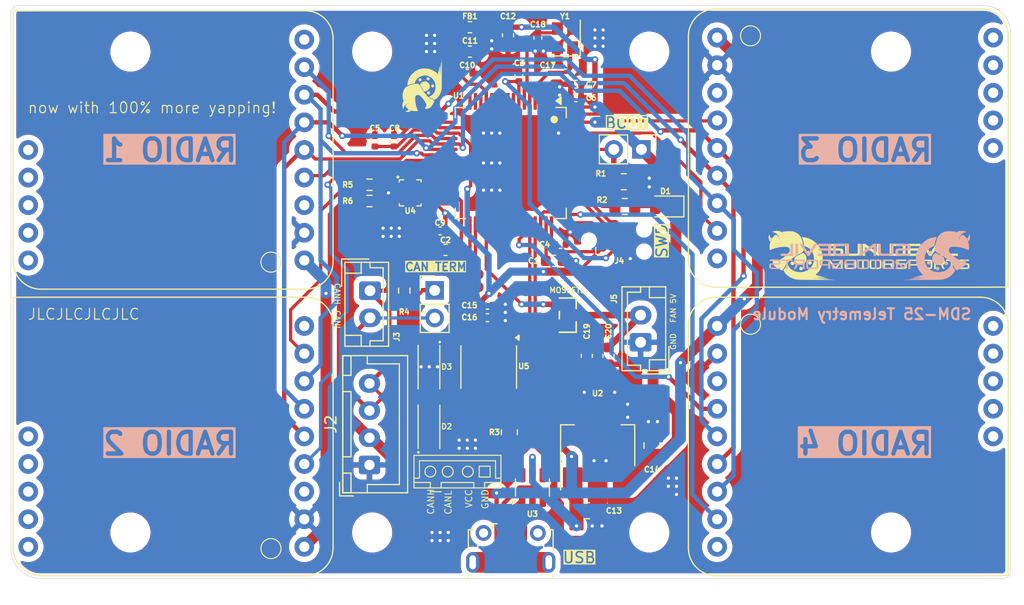
<source format=kicad_pcb>
(kicad_pcb (version 20240108) (generator "pcbnew") (generator_version "8.0")
  (layers (0 "F.Cu" signal) (1 "In1.Cu" signal) (2 "In2.Cu" signal) (31 "B.Cu" signal) (34 "B.Paste" user) (35 "F.Paste" user) (36 "B.SilkS" user "B.Silkscreen") (37 "F.SilkS" user "F.Silkscreen") (38 "B.Mask" user) (39 "F.Mask" user) (44 "Edge.Cuts" user))
  (net 0 "")
  (net 1 "Net-(U5-Rs)")
  (net 2 "Net-(D1-A)")
  (net 3 "/USER_LED")
  (net 4 "/BOOT0")
  (net 5 "GND")
  (net 6 "/I2C2_SDA")
  (net 7 "/I2C2_SCL")
  (net 8 "Net-(JP2-A)")
  (net 9 "Net-(J1-D+)")
  (net 10 "VCC")
  (net 11 "Net-(J1-D-)")
  (net 12 "/USB_D-")
  (net 13 "/USB_D+")
  (net 14 "+3.3V")
  (net 15 "/CRX")
  (net 16 "/CTX")
  (net 24 "/CS_4")
  (net 26 "/FAN")
  (net 28 "Net-(U1-VDDA)")
  (net 30 "/MISO")
  (net 32 "/CS_2")
  (net 34 "/G0_3")
  (net 36 "/G0_1")
  (net 42 "/SCK")
  (net 43 "Net-(U1-VCAP_2)")
  (net 44 "/HSE_OUT")
  (net 45 "/CS_3")
  (net 46 "/HSE_IN")
  (net 48 "/CS_1")
  (net 50 "/MOSI")
  (net 53 "/G0_4")
  (net 54 "/SWDIO")
  (net 57 "Net-(U1-VCAP_1)")
  (net 58 "/G0_2")
  (net 59 "/SWO")
  (net 61 "/SWCLK")
  (net 64 "/NRST")
  (net 65 "CANL")
  (net 66 "CANH")
  (net 67 "FAN_PWR")
  (net 68 "x")
  (footprint "Resistor_SMD:R_0805_2012Metric" (layer "F.Cu") (at 160.4 101.725 180)
    (property "Reference" "R1")
    (property "Value" "10k")
  )
  (footprint "Capacitor_SMD:C_0805_2012Metric" (layer "F.Cu") (at 157 132)
    (property "Reference" "C13")
    (property "Value" "10uF")
  )
  (footprint "Connector_JST:JST_EH_B2B-EH-A_1x02_P2.50mm_Vertical" (layer "F.Cu") (at 161.95 116.5 90)
    (property "Reference" "J5")
    (property "Value" "JST_EH_B2B-EH-A_1x02_P2.50mm_Vertical")
  )
  (footprint "Library:SC-70-5" (layer "F.Cu") (at 140.75 102.75)
    (property "Reference" "U4")
    (property "Value" "24LC01BT-E/LT")
  )
  (footprint "Capacitor_SMD:C_0402_1005Metric" (layer "F.Cu") (at 155.02 91 180)
    (property "Reference" "C17")
    (property "Value" "10pF")
  )
  (footprint "Radio:RFM95W" (layer "F.Cu") (at 118.935 98.8 90)
    (property "Reference" "U3" (hide yes))
    (property "Value" "RFM95W")
  )
  (footprint "Package_TO_SOT_SMD:SOT-223-3_TabPin2" (layer "F.Cu") (at 158 126 90)
    (property "Reference" "U2")
    (property "Value" "MIC37100-3.3WS")
  )
  (footprint "MountingHole:MountingHole_3.2mm_M3" (layer "F.Cu") (at 162.75 134)
    (property "Reference" "H4" (hide yes))
    (property "Value" "M3")
  )
  (footprint "Resistor_SMD:R_0805_2012Metric" (layer "F.Cu") (at 149.875 124.775 -90)
    (property "Reference" "R3")
    (property "Value" "10k")
  )
  (footprint "Connector_PinHeader_2.54mm:PinHeader_1x02_P2.54mm_Vertical" (layer "F.Cu") (at 143 111.725)
    (property "Reference" "JP2" (hide yes))
    (property "Value" "Bus Termination")
  )
  (footprint "Package_QFP:LQFP-64_10x10mm_P0.5mm" (layer "F.Cu") (at 150 100 -90)
    (property "Reference" "U1")
    (property "Value" "STM32F405RGT6")
  )
  (footprint "Library:SOD-123FL" (layer "F.Cu") (at 142.475 124.275 90)
    (property "Reference" "D2")
    (property "Value" "TVS")
  )
  (footprint "Resistor_SMD:R_0603_1608Metric" (layer "F.Cu") (at 140.2 111.75 -90)
    (property "Reference" "R4")
    (property "Value" "120")
  )
  (footprint "Package_TO_SOT_SMD:SOT-23-6" (layer "F.Cu") (at 152 129.8625 90)
    (property "Reference" "U3")
    (property "Value" "USBLC6-2SC6")
  )
  (footprint "Capacitor_SMD:C_0402_1005Metric" (layer "F.Cu") (at 139.25 98 -90)
    (property "Reference" "C8")
    (property "Value" "100nF")
  )
  (footprint "Capacitor_SMD:C_0402_1005Metric" (layer "F.Cu") (at 137.5 98 -90)
    (property "Reference" "C5")
    (property "Value" "100nF")
  )
  (footprint "Capacitor_SMD:C_0402_1005Metric" (layer "F.Cu") (at 152.5 88.5 -90)
    (property "Reference" "C18")
    (property "Value" "10pF")
  )
  (footprint "Capacitor_SMD:C_0402_1005Metric" (layer "F.Cu") (at 146 91.75 180)
    (property "Reference" "C10")
    (property "Value" "100nF")
  )
  (footprint "Capacitor_SMD:C_0402_1005Metric" (layer "F.Cu") (at 143.5 106.25)
    (property "Reference" "C9")
    (property "Value" "100nF")
  )
  (footprint "Capacitor_SMD:C_0402_1005Metric" (layer "F.Cu") (at 156 94)
    (property "Reference" "C6")
    (property "Value" "100nF")
  )
  (footprint "Radio:RFM95W" (layer "F.Cu") (at 181.065 125.16 -90)
    (property "Reference" "U3" (hide yes))
    (property "Value" "RFM95W")
  )
  (footprint "MountingHole:MountingHole_3.2mm_M3" (layer "F.Cu") (at 115 134)
    (property "Reference" "H1" (hide yes))
    (property "Value" "M3")
  )
  (footprint "Capacitor_SMD:C_0402_1005Metric" (layer "F.Cu") (at 147.85 114.2375 180)
    (property "Reference" "C16")
    (property "Value" "100nF")
  )
  (footprint "Capacitor_SMD:C_0402_1005Metric" (layer "F.Cu") (at 147.85 113.0875 180)
    (property "Reference" "C15")
    (property "Value" "100nF")
  )
  (footprint "Resistor_SMD:R_0805_2012Metric" (layer "F.Cu") (at 160.5 104 180)
    (property "Reference" "R2")
    (property "Value" "220")
  )
  (footprint "Library:SOT23_TOS" (layer "F.Cu") (at 155.25 114 -90)
    (property "Reference" "MOS1" (hide yes))
    (property "Value" "SOT23_TOS")
  )
  (footprint "Capacitor_SMD:C_0402_1005Metric" (layer "F.Cu") (at 154.575 107.5 180)
    (property "Reference" "C4")
    (property "Value" "100nF")
  )
  (footprint "Radio:RFM95W" (layer "F.Cu") (at 181.065 98.62 -90)
    (property "Reference" "U3" (hide yes))
    (property "Value" "RFM95W")
  )
  (footprint "Library:wheelyboi" (layer "F.Cu") (at 142 93 90)
    (property "Reference" "G***" (hide yes))
    (property "Value" "LOGO" (hide yes))
  )
  (footprint "MountingHole:MountingHole_3.2mm_M3" (layer "F.Cu") (at 185 134)
    (property "Reference" "H1" (hide yes))
    (property "Value" "M3")
  )
  (footprint "Capacitor_SMD:C_0402_1005Metric" (layer "F.Cu") (at 156.02 92.75)
    (property "Reference" "C7")
    (property "Value" "100nF")
  )
  (footprint "Connector_USB:USB_Micro-B_Molex-105017-0001" (layer "F.Cu") (at 150 135.5125)
    (property "Reference" "J4" (hide yes))
    (property "Value" "USB_B_Micro")
  )
  (footprint "Library:SOD-123FL" (layer "F.Cu") (at 142.475 118.775 -90)
    (property "Reference" "D3")
    (property "Value" "TVS")
  )
  (footprint "Resistor_SMD:R_0603_1608Metric" (layer "F.Cu") (at 137 103.5 180)
    (property "Reference" "R6")
    (property "Value" "2.7k")
  )
  (footprint "Crystal:Crystal_SMD_2520-4Pin_2.5x2.0mm" (layer "F.Cu") (at 155 88.5 90)
    (property "Reference" "Y1")
    (property "Value" "12MHz")
  )
  (footprint "Connector_JST:JST_EH_B2B-EH-A_1x02_P2.50mm_Vertical" (layer "F.Cu") (at 137.05 111.75 -90)
    (property "Reference" "J3")
    (property "Value" "JST_EH_B2B-EH-A_1x02_P2.50mm_Vertical")
  )
  (footprint "MountingHole:MountingHole_3.2mm_M3" (layer "F.Cu") (at 115 89.75)
    (property "Reference" "H1" (hide yes))
    (property "Value" "M3")
  )
  (footprint "Connector:Tag-Connect_TC2030-IDC-NL_2x03_P1.27mm_Vertical" (layer "F.Cu") (at 159.73 107.135)
    (property "Reference" "J4")
    (property "Value" "Conn_ARM_SWD_TagConnect_TC2030")
  )
  (footprint "Package_SO:SOIC-8_3.9x4.9mm_P1.27mm" (layer "F.Cu") (at 147.975 118.775 -90)
    (property "Reference" "U5")
    (property "Value" "SN65HVD230")
  )
  (footprint "Resistor_SMD:R_0603_1608Metric" (layer "F.Cu") (at 137 102 180)
    (property "Reference" "R5")
    (property "Value" "2.7k")
  )
  (footprint "LED_SMD:LED_0805_2012Metric" (layer "F.Cu") (at 164.25 104 180)
    (property "Reference" "D1")
    (property "Value" "GREEN")
  )
  (footprint "Capacitor_SMD:C_0603_1608Metric" (layer "F.Cu") (at 149.75 88.25 90)
    (property "Reference" "C12")
    (property "Value" "1uF")
  )
  (footprint "Inductor_SMD:L_0603_1608Metric" (layer "F.Cu") (at 146.25 87.5)
    (property "Reference" "FB1")
    (property "Value" "120R")
  )
  (footprint "MountingHole:MountingHole_3.2mm_M3" (layer "F.Cu") (at 137.25 134)
    (property "Reference" "H3" (hide yes))
    (property "Value" "M3")
  )
  (footprint "Capacitor_SMD:C_0603_1608Metric" (layer "F.Cu") (at 144 108 180)
    (property "Reference" "C2")
    (property "Value" "2.2uF")
  )
  (footprint "Capacitor_SMD:C_0402_1005Metric" (layer "F.Cu") (at 150.75 92 -90)
    (property "Reference" "C3")
    (property "Value" "100nF")
  )
  (footprint "Capacitor_SMD:C_0603_1608Metric" (layer "F.Cu") (at 159 117.75 -90)
    (property "Reference" "C20")
    (property "Value" "100nF")
  )
  (footprint "MountingHole:MountingHole_3.2mm_M3" (layer "F.Cu") (at 185 89.75)
    (property "Reference" "H1" (hide yes))
    (property "Value" "M3")
  )
  (footprint "Connector_PinHeader_2.54mm:PinHeader_1x02_P2.54mm_Vertical" (layer "F.Cu") (at 162.025 98.75 -90)
    (property "Reference" "JP1" (hide yes))
    (property "Value" "BOOT")
  )
  (footprint "Library:sdmlogo" (layer "F.Cu") (at 183 108.5)
    (property "Reference" "G***" (hide yes))
    (property "Value" "LOGO" (hide yes))
  )
  (footprint "MountingHole:MountingHole_3.2mm_M3" (layer "F.Cu") (at 137.25 89.75)
    (property "Reference" "H1" (hide yes))
    (property "Value" "M3")
  )
  (footprint "Connector_JST:JST_XH_B4B-XH-A_1x04_P2.50mm_Vertical" (layer "F.Cu") (at 137 127.7875 90)
    (property "Reference" "J2")
    (property "Value" "JST-XH")
  )
  (footprint "Capacitor_SMD:C_0805_2012Metric" (layer "F.Cu") (at 163 126 90)
    (property "Reference" "C14")
    (property "Value" "10uF")
  )
  (footprint "MountingHole:MountingHole_3.2mm_M3" (layer "F.Cu") (at 162.75 89.75)
    (property "Reference" "H2" (hide yes))
    (property "Value" "M3")
  )
  (footprint "Capacitor_SMD:C_0603_1608Metric" (layer "F.Cu") (at 157 117.75 -90)
    (property "Reference" "C19")
    (property "Value" "100nF")
  )
  (footprint "Capacitor_SMD:C_0603_1608Metric" (layer "F.Cu") (at 146.25 89.75 180)
    (property "Reference" "C11")
    (property "Value" "1uF")
  )
  (footprint "Capacitor_SMD:C_0603_1608Metric" (layer "F.Cu") (at 154 109 180)
    (property "Reference" "C1")
    (property "Value" "2.2uF")
  )
  (footprint "Radio:RFM95W" (layer "F.Cu") (at 118.935 125.16 90)
    (property "Reference" "U3" (hide yes))
    (property "Value" "RFM95W")
  )
  (footprint "Library:sdmlogo" (layer "B.Cu") (at 183 108.5 180)
    (property "Reference" "G***" (hide yes))
    (property "Value" "LOGO" (hide yes))
  )
  (gr_line (start 146.6 129.9) (end 146.6 129.4) (stroke (width 0.1)) (layer "F.SilkS"))
  (gr_rect (start 147.1 127.9) (end 148.1 128.9) (stroke (width 0.1)) (fill none) (layer "F.SilkS"))
  (gr_line (start 149.1 129.4) (end 147.6 129.4) (stroke (width 0.1)) (layer "F.SilkS"))
  (gr_circle (center 154 96) (end 154.3 96) (stroke (width 0.1)) (fill solid) (layer "F.SilkS"))
  (gr_line (start 146.6 129.4) (end 143.6 129.4) (stroke (width 0.1)) (layer "F.SilkS"))
  (gr_line (start 143.6 129.9) (end 143.6 129.4) (stroke (width 0.1)) (layer "F.SilkS"))
  (gr_line (start 141.1 129.4) (end 142.6 129.4) (stroke (width 0.1)) (layer "F.SilkS"))
  (gr_line (start 149.1 129.9) (end 141.1 129.9) (stroke (width 0.1)) (layer "F.SilkS"))
  (gr_line (start 148.1 127.4) (end 148.6 127.4) (stroke (width 0.1)) (layer "F.SilkS"))
  (gr_line (start 147.6 129.4) (end 147.6 129.9) (stroke (width 0.1)) (layer "F.SilkS"))
  (gr_circle (center 142.6 128.4) (end 142.6 127.9) (stroke (width 0.1)) (fill none) (layer "F.SilkS"))
  (gr_line (start 142.6 130.25) (end 143.6 130.25) (stroke (width 0.1)) (layer "F.SilkS"))
  (gr_line (start 141.1 126.9) (end 149.1 126.9) (stroke (width 0.1)) (layer "F.SilkS"))
  (gr_line (start 141.1 129) (end 141.6 129) (stroke (width 0.1)) (layer "F.SilkS"))
  (gr_line (start 141.1 129.9) (end 141.1 126.9) (stroke (width 0.1)) (layer "F.SilkS"))
  (gr_line (start 141.6 129) (end 141.6 127.4) (stroke (width 0.1)) (layer "F.SilkS"))
  (gr_circle (center 144.2 128.4) (end 144.2 127.9) (stroke (width 0.1)) (fill none) (layer "F.SilkS"))
  (gr_line (start 141.6 127.4) (end 148.1 127.4) (stroke (width 0.1)) (layer "F.SilkS"))
  (gr_line (start 142.6 129.4) (end 142.6 129.9) (stroke (width 0.1)) (layer "F.SilkS"))
  (gr_line (start 148.6 127.4) (end 148.6 129) (stroke (width 0.1)) (layer "F.SilkS"))
  (gr_line (start 148.6 129) (end 149.1 129) (stroke (width 0.1)) (layer "F.SilkS"))
  (gr_circle (center 146.05 128.4) (end 146.05 127.9) (stroke (width 0.1)) (fill none) (layer "F.SilkS"))
  (gr_line (start 149.1 126.9) (end 149.1 129.9) (stroke (width 0.1)) (layer "F.SilkS"))
  (gr_arc (start 193.5 85.5) (mid 195.267767 86.232233) (end 196 88) (stroke (width 0.05)) (layer "Edge.Cuts"))
  (gr_line (start 104 135.5) (end 104 86.25) (stroke (width 0.05)) (layer "Edge.Cuts"))
  (gr_arc (start 104 86.25) (mid 104.21967 85.71967) (end 104.75 85.5) (stroke (width 0.05)) (layer "Edge.Cuts"))
  (gr_line (start 104.75 85.5) (end 193.5 85.5) (stroke (width 0.05)) (layer "Edge.Cuts"))
  (gr_arc (start 106.75 138.25) (mid 104.805456 137.444544) (end 104 135.5) (stroke (width 0.05)) (layer "Edge.Cuts"))
  (gr_arc (start 196 137.5) (mid 195.78033 138.03033) (end 195.25 138.25) (stroke (width 0.05)) (layer "Edge.Cuts"))
  (gr_line (start 196 88) (end 196 137.5) (stroke (width 0.05)) (layer "Edge.Cuts"))
  (gr_line (start 195.25 138.25) (end 106.75 138.25) (stroke (width 0.05)) (layer "Edge.Cuts"))
  (gr_text "SDM-25 Telemetry Module" (at 192.5 114.5 0) (layer "B.SilkS") (effects (font (size 1 1) (thickness 0.2) (bold yes)) (justify left bottom mirror)))
  (gr_text "RADIO 2" (at 125 127 -0) (layer "B.SilkS" knockout) (effects (font (size 2 2) (thickness 0.4)) (justify left bottom mirror)))
  (gr_text "RADIO 1" (at 125 100 -0) (layer "B.SilkS" knockout) (effects (font (size 2 2) (thickness 0.4)) (justify left bottom mirror)))
  (gr_text "RADIO 4" (at 189 127 -0) (layer "B.SilkS" knockout) (effects (font (size 2 2) (thickness 0.4)) (justify left bottom mirror)))
  (gr_text "RADIO 3" (at 189 100 -0) (layer "B.SilkS" knockout) (effects (font (size 2 2) (thickness 0.4)) (justify left bottom mirror)))
  (gr_text "USB" (at 154.7 136.9 0) (layer "F.SilkS" knockout) (effects (font (size 1 1)) (justify left bottom)))
  (gr_text "CANL" (at 133.75 113.5 270) (layer "F.SilkS") (effects (font (size 0.5 0.5) (thickness 0.08)) (justify left bottom)))
  (gr_text "MOSFET1" (at 153.5 112 0) (layer "F.SilkS") (effects (font (size 0.5 0.5) (thickness 0.1)) (justify left bottom)))
  (gr_text "CANL" (at 144.6 132.4 90) (layer "F.SilkS") (effects (font (size 0.6 0.6) (thickness 0.08)) (justify left bottom)))
  (gr_text "CANH" (at 133.75 111 270) (layer "F.SilkS") (effects (font (size 0.5 0.5) (thickness 0.08)) (justify left bottom)))
  (gr_text "GND" (at 165.25 117.25 90) (layer "F.SilkS") (effects (font (size 0.5 0.5) (thickness 0.08)) (justify left bottom)))
  (gr_text "SWD" (at 164.5 108.8 90) (layer "F.SilkS" knockout) (effects (font (size 1 1)) (justify left bottom)))
  (gr_text "GND" (at 148 131.9 90) (layer "F.SilkS") (effects (font (size 0.6 0.6) (thickness 0.08)) (justify left bottom)))
  (gr_text "CANH" (at 143 132.4 90) (layer "F.SilkS") (effects (font (size 0.6 0.6) (thickness 0.08)) (justify left bottom)))
  (gr_text "now with 100% more yapping!" (at 105.5 95.5 0) (layer "F.SilkS") (effects (font (size 1 1) (thickness 0.1)) (justify left bottom)))
  (gr_text "VCC\n" (at 146.5 131.8 90) (layer "F.SilkS") (effects (font (size 0.6 0.6) (thickness 0.08)) (justify left bottom)))
  (gr_text "JLCJLCJLCJLC" (at 105.5 114.5 0) (layer "F.SilkS") (effects (font (size 1 1) (thickness 0.1)) (justify left bottom)))
  (gr_text "CAN TERM" (at 140.2 110 0) (layer "F.SilkS" knockout) (effects (font (size 0.75 0.75)) (justify left bottom)))
  (gr_text "BOOT" (at 158.6 96.9 0) (layer "F.SilkS" knockout) (effects (font (size 1 1)) (justify left bottom)))
  (gr_text "FAN 5V" (at 165.25 114.75 90) (layer "F.SilkS") (effects (font (size 0.5 0.5) (thickness 0.08)) (justify left bottom)))
  (segment (start 149.88 121.25) (end 149.88 123.8575) (width 0.6) (layer "F.Cu") (net 1))
  (segment (start 150.405 123.87) (end 150.4 123.875) (width 0.3) (layer "F.Cu") (net 1))
  (segment (start 161.4125 104) (end 163.3125 104) (width 0.3) (layer "F.Cu") (net 2))
  (segment (start 156.55312 99.25) (end 155.675 99.25) (width 0.3) (layer "F.Cu") (net 3))
  (segment (start 159.5875 104) (end 158.425963 104) (width 0.3) (layer "F.Cu") (net 3))
  (segment (start 158.425963 104) (end 157.5 103.074037) (width 0.3) (layer "F.Cu") (net 3))
  (segment (start 157.5 103.074037) (end 157.5 100.19688) (width 0.3) (layer "F.Cu") (net 3))
  (segment (start 157.5 100.19688) (end 156.55312 99.25) (width 0.3) (layer "F.Cu") (net 3))
  (segment (start 159.5875 98.8525) (end 159.485 98.75) (width 0.2) (layer "F.Cu") (net 4))
  (segment (start 159.4875 101.725) (end 159.4875 98.7525) (width 0.5) (layer "F.Cu") (net 4))
  (segment (start 159.4875 98.7525) (end 159.485 98.75) (width 0.5) (layer "F.Cu") (net 4))
  (segment (start 157.275 98.25) (end 157.775 98.75) (width 0.3) (layer "F.Cu") (net 4))
  (segment (start 155.675 98.25) (end 157.275 98.25) (width 0.3) (layer "F.Cu") (net 4))
  (segment (start 157.775 98.75) (end 159.485 98.75) (width 0.3) (layer "F.Cu") (net 4))
  (segment (start 152.5 88.98) (end 152.5 89.5) (width 0.3) (layer "F.Cu") (net 5))
  (segment (start 155.7 87.8) (end 154.3 89.2) (width 0.3) (layer "F.Cu") (net 5))
  (segment (start 143.15688 96.46) (end 140.862632 96.46) (width 0.3) (layer "F.Cu") (net 5))
  (segment (start 153.375 89.375) (end 153 89.75) (width 0.3) (layer "F.Cu") (net 5))
  (segment (start 151.3 132.8) (end 152 132.1) (width 0.4) (layer "F.Cu") (net 5))
  (segment (start 139.25 97.52) (end 137.5 97.52) (width 0.3) (layer "F.Cu") (net 5))
  (segment (start 141.85 102.1) (end 141.15 102.1) (width 0.3) (layer "F.Cu") (net 5))
  (segment (start 141.15 102.1) (end 140.5 102.75) (width 0.3) (layer "F.Cu") (net 5))
  (segment (start 139.65 102.75) (end 138.75 102.75) (width 0.3) (layer "F.Cu") (net 5))
  (segment (start 139.802632 97.52) (end 139.25 97.52) (width 0.3) (layer "F.Cu") (net 5))
  (segment (start 155.475 106.35) (end 155.055 106.77) (width 0.4) (layer "F.Cu") (net 5))
  (segment (start 148.61 114.5175) (end 148.33 114.2375) (width 0.5) (layer "F.Cu") (net 5))
  (segment (start 144.325 96.75) (end 147 96.75) (width 0.3) (layer "F.Cu") (net 5))
  (segment (start 154.3 90.76) (end 154.54 91) (width 0.5) (layer "F.Cu") (net 5))
  (segment (start 140.862632 96.46) (end 139.802632 97.52) (width 0.3) (layer "F.Cu") (net 5))
  (segment (start 140.5 102.75) (end 139.65 102.75) (width 0.3) (layer "F.Cu") (net 5))
  (segment (start 143.44688 96.75) (end 143.15688 96.46) (width 0.3) (layer "F.Cu") (net 5))
  (segment (start 152.625 89.375) (end 152.25 89.75) (width 0.3) (layer "F.Cu") (net 5))
  (segment (start 148.25 94.325) (end 148.25 97.25) (width 0.3) (layer "F.Cu") (net 5))
  (segment (start 151.3 134.05) (end 151.3 132.8) (width 0.4) (layer "F.Cu") (net 5))
  (segment (start 154.3 89.375) (end 153.375 89.375) (width 0.3) (layer "F.Cu") (net 5))
  (segment (start 154.79688 96.75) (end 154.4 97.14688) (width 0.3) (layer "F.Cu") (net 5))
  (segment (start 155.055 106.77) (end 155.055 107.5) (width 0.4) (layer "F.Cu") (net 5))
  (segment (start 161 108.8) (end 161 107.77) (width 0.3) (layer "F.Cu") (net 5))
  (segment (start 154.3 89.2) (end 154.3 89.375) (width 0.3) (layer "F.Cu") (net 5))
  (segment (start 148.61 116.3) (end 148.61 114.5175) (width 0.5) (layer "F.Cu") (net 5))
  (segment (start 155.675 96.75) (end 154.79688 96.75) (width 0.3) (layer "F.Cu") (net 5))
  (segment (start 144.325 96.75) (end 143.44688 96.75) (width 0.3) (layer "F.Cu") (net 5))
  (segment (start 152 132.1) (end 152 131) (width 0.4) (layer "F.Cu") (net 5))
  (segment (start 152.5 88.98) (end 152.5 89.25) (width 0.3) (layer "F.Cu") (net 5))
  (segment (start 154.775 109) (end 156 109) (width 0.4) (layer "F.Cu") (net 5))
  (segment (start 155.7 87.625) (end 155.7 87.8) (width 0.3) (layer "F.Cu") (net 5))
  (segment (start 154.3 89.375) (end 152.625 89.375) (width 0.5) (layer "F.Cu") (net 5))
  (segment (start 154.4 97.14688) (end 154.4 97.25) (width 0.3) (layer "F.Cu") (net 5))
  (segment (start 152.5 89.25) (end 153 89.75) (width 0.3) (layer "F.Cu") (net 5))
  (segment (start 152.5 89.5) (end 152.25 89.75) (width 0.3) (layer "F.Cu") (net 5))
  (segment (start 147 96.75) (end 147.5 97.25) (width 0.3) (layer "F.Cu") (net 5))
  (segment (start 154.3 89.375) (end 154.3 90.76) (width 0.5) (layer "F.Cu") (net 5))
  (via (at 157.5 133.4) (size 0.7) (drill 0.3) (layers "F.Cu" "B.Cu") (net 5))
  (via (at 148.25 100) (size 0.6) (drill 0.3) (layers "F.Cu" "B.Cu") (net 5))
  (via (at 160.76817 123.4) (size 0.7) (drill 0.3) (layers "F.Cu" "B.Cu") (net 5))
  (via (at 158.5 89.25) (size 0.6) (drill 0.3) (layers "F.Cu" "B.Cu") (net 5))
  (via (at 139 106.75) (size 0.6) (drill 0.3) (layers "F.Cu" "B.Cu") (net 5))
  (via (at 138.75 102.75) (size 0.6) (drill 0.3) (layers "F.Cu" "B.Cu") (net 5))
  (via (at 143.5 134.75) (size 0.6) (drill 0.3) (layers "F.Cu" "B.Cu") (net 5))
  (via (at 142.5 118.75) (size 0.6) (drill 0.3) (layers "F.Cu" "B.Cu") (net 5))
  (via (at 149 97.25) (size 0.6) (drill 0.3) (layers "F.Cu" "B.Cu") (net 5))
  (via (at 158.5 87.75) (size 0.6) (drill 0.3) (layers "F.Cu" "B.Cu") (net 5))
  (via (at 157.75 89.25) (size 0.6) (drill 0.3) (layers "F.Cu" "B.Cu") (net 5))
  (via (at 161 108.8) (size 0.6) (drill 0.3) (layers "F.Cu" "B.Cu") (net 5))
  (via (at 149 102.5) (size 0.6) (drill 0.3) (layers "F.Cu" "B.Cu") (net 5))
  (via (at 160.76817 122.2) (size 0.7) (drill 0.3) (layers "F.Cu" "B.Cu") (net 5))
  (via (at 149.5 113.75) (size 0.6) (drill 0.3) (layers "F.Cu" "B.Cu") (net 5))
  (via (at 157.66817 127.4) (size 0.7) (drill 0.3) (layers "F.Cu" "B.Cu") (net 5))
  (via (at 145.25 125.5) (size 0.6) (drill 0.3) (layers "F.Cu" "B.Cu") (net 5))
  (via (at 148.25 88.75) (size 0.6) (drill 0.3) (layers "F.Cu" "B.Cu") (net 5))
  (via (at 149 100) (size 0.6) (drill 0.3) (layers "F.Cu" "B.Cu") (net 5))
  (via (at 142.25 89.75) (size 0.6) (drill 0.3) (layers "F.Cu" "B.Cu") (net 5))
  (via (at 142.25 89) (size 0.6) (drill 0.3) (layers "F.Cu" "B.Cu") (net 5))
  (via (at 165.25 129) (size 0.6) (drill 0.3) (layers "F.Cu" "B.Cu") (net 5))
  (via (at 154.5 93) (size 0.6) (drill 0.3) (layers "F.Cu" "B.Cu") (net 5))
  (via (at 165.25 130.5) (size 0.6) (drill 0.3) (layers "F.Cu" "B.Cu") (net 5))
  (via (at 164.5 129) (size 0.6) (drill 0.3) (layers "F.Cu" "B.Cu") (net 5))
  (via (at 147.5 97.25) (size 0.6) (drill 0.3) (layers "F.Cu" "B.Cu") (net 5))
  (via (at 141.75 118.75) (size 0.6) (drill 0.3) (layers "F.Cu" "B.Cu") (net 5))
  (via (at 139.75 106) (size 0.6) (drill 0.3) (layers "F.Cu" "B.Cu") (net 5))
  (via (at 139.75 106.75) (size 0.6) (drill 0.3) (layers "F.Cu" "B.Cu") (net 5))
  (via (at 149.5 113) (size 0.6) (drill 0.3) (layers "F.Cu" "B.Cu") (net 5))
  (via (at 146 126.25) (size 0.6) (drill 0.3) (layers "F.Cu" "B.Cu") (net 5))
  (via (at 143.25 118.75) (size 0.6) (drill 0.3) (layers "F.Cu" "B.Cu") (net 5))
  (via (at 165.25 129.75) (size 0.6) (drill 0.3) (layers "F.Cu" "B.Cu") (net 5))
  (via (at 157.75 87.75) (size 0.6) (drill 0.3) (layers "F.Cu" "B.Cu") (net 5))
  (via (at 147.5 100) (size 0.6) (drill 0.3) (layers "F.Cu" "B.Cu") (net 5))
  (via (at 146.75 125.5) (size 0.6) (drill 0.3) (layers "F.Cu" "B.Cu") (net 5))
  (via (at 158.4 133.4) (size 0.7) (drill 0.3) (layers "F.Cu" "B.Cu") (net 5))
  (via (at 154.4 97.25) (size 0.6) (drill 0.3) (layers "F.Cu" "B.Cu") (net 5))
  (via (at 158.76817 127.4) (size 0.7) (drill 0.3) (layers "F.Cu" "B.Cu") (net 5))
  (via (at 162.66817 123.8) (size 0.7) (drill 0.3) (layers "F.Cu" "B.Cu") (net 5))
  (via (at 148.25 97.25) (size 0.6) (drill 0.3) (layers "F.Cu" "B.Cu") (net 5))
  (via (at 156 109) (size 0.6) (drill 0.3) (layers "F.Cu" "B.Cu") (net 5))
  (via (at 143 89.75) (size 0.6) (drill 0.3) (layers "F.Cu" "B.Cu") (net 5))
  (via (at 146.75 126.25) (size 0.6) (drill 0.3) (layers "F.Cu" "B.Cu") (net 5))
  (via (at 145.25 126.25) (size 0.6) (drill 0.3) (layers "F.Cu" "B.Cu") (net 5))
  (via (at 157.75 88.5) (size 0.6) (drill 0.3) (layers "F.Cu" "B.Cu") (net 5))
  (via (at 163.5 123.8) (size 0.7) (drill 0.3) (layers "F.Cu" "B.Cu") (net 5))
  (via (at 162.75 102.2) (size 0.6) (drill 0.3) (layers "F.Cu" "B.Cu") (net 5))
  (via (at 148.25 89.5) (size 0.6) (drill 0.3) (layers "F.Cu" "B.Cu") (net 5))
  (via (at 146 125.5) (size 0.6) (drill 0.3) (layers "F.Cu" "B.Cu") (net 5))
  (via (at 152.25 89.7) (size 0.6) (drill 0.3) (layers "F.Cu" "B.Cu") (net 5))
  (via (at 154.5 93.75) (size 0.6) (drill 0.3) (layers "F.Cu" "B.Cu") (net 5))
  (via (at 143 88.25) (size 0.6) (drill 0.3) (layers "F.Cu" "B.Cu") (net 5))
  (via (at 142.75 134) (size 0.6) (drill 0.3) (layers "F.Cu" "B.Cu") (net 5))
  (via (at 159.56817 121.1) (size 0.7) (drill 0.3) (layers "F.Cu" "B.Cu") (net 5))
  (via (at 158.5 88.5) (size 0.6) (drill 0.3) (layers "F.Cu" "B.Cu") (net 5))
  (via (at 143.5 134) (size 0.6) (drill 0.3) (layers "F.Cu" "B.Cu") (net 5))
  (via (at 153 89.7) (size 0.6) (drill 0.3) (layers "F.Cu" "B.Cu") (net 5))
  (via (at 143 89) (size 0.6) (drill 0.3) (layers "F.Cu" "B.Cu") (net 5))
  (via (at 144.25 134) (size 0.6) (drill 0.3) (layers "F.Cu" "B.Cu") (net 5))
  (via (at 138.25 106) (size 0.6) (drill 0.3) (layers "F.Cu" "B.Cu") (net 5))
  (via (at 164.5 129.75) (size 0.6) (drill 0.3) (layers "F.Cu" "B.Cu") (net 5))
  (via (at 144.25 134.75) (size 0.6) (drill 0.3) (layers "F.Cu" "B.Cu") (net 5))
  (via (at 155.475 106.35) (size 0.6) (drill 0.3) (layers "F.Cu" "B.Cu") (net 5))
  (via (at 139 106) (size 0.6) (drill 0.3) (layers "F.Cu" "B.Cu") (net 5))
  (via (at 148.25 102.5) (size 0.6) (drill 0.3) (layers "F.Cu" "B.Cu") (net 5))
  (via (at 156.76817 121.1) (size 0.7) (drill 0.3) (layers "F.Cu" "B.Cu") (net 5))
  (via (at 149.5 114.5) (size 0.6) (drill 0.3) (layers "F.Cu" "B.Cu") (net 5))
  (via (at 142.75 134.75) (size 0.6) (drill 0.3) (layers "F.Cu" "B.Cu") (net 5))
  (via (at 162.75 101.4) (size 0.6) (drill 0.3) (layers "F.Cu" "B.Cu") (net 5))
  (via (at 147.5 102.5) (size 0.6) (drill 0.3) (layers "F.Cu" "B.Cu") (net 5))
  (via (at 138.25 106.75) (size 0.6) (drill 0.3) (layers "F.Cu" "B.Cu") (net 5))
  (via (at 142.25 88.25) (size 0.6) (drill 0.3) (layers "F.Cu" "B.Cu") (net 5))
  (segment (start 139.65 103.4) (end 140.6 103.4) (width 0.3) (layer "F.Cu") (net 6))
  (segment (start 137.825 103.5) (end 139.55 103.5) (width 0.3) (layer "F.Cu") (net 6))
  (segment (start 140.6 103.4) (end 141.25 102.75) (width 0.3) (layer "F.Cu") (net 6))
  (segment (start 141.25 102.75) (end 144.325 102.75) (width 0.3) (layer "F.Cu") (net 6))
  (segment (start 139.55 103.5) (end 139.65 103.4) (width 0.3) (layer "F.Cu") (net 6))
  (segment (start 140.975 101.525) (end 142.407192 101.525) (width 0.3) (layer "F.Cu") (net 7))
  (segment (start 139.725 102.175) (end 140.325 102.175) (width 0.3) (layer "F.Cu") (net 7))
  (segment (start 137.825 102) (end 139.55 102) (width 0.3) (layer "F.Cu") (net 7))
  (segment (start 139.65 102.1) (end 139.725 102.175) (width 0.3) (layer "F.Cu") (net 7))
  (segment (start 143.132192 102.25) (end 144.325 102.25) (width 0.3) (layer "F.Cu") (net 7))
  (segment (start 139.55 102) (end 139.65 102.1) (width 0.3) (layer "F.Cu") (net 7))
  (segment (start 140.325 102.175) (end 140.975 101.525) (width 0.3) (layer "F.Cu") (net 7))
  (segment (start 142.407192 101.525) (end 143.132192 102.25) (width 0.3) (layer "F.Cu") (net 7))
  (segment (start 140.2 112.575) (end 141 112.575) (width 0.4) (layer "F.Cu") (net 8))
  (segment (start 141 112.575) (end 141.875 111.7) (width 0.4) (layer "F.Cu") (net 8))
  (segment (start 141.875 111.7) (end 142.975 111.7) (width 0.4) (layer "F.Cu") (net 8))
  (segment (start 142.975 111.7) (end 143 111.725) (width 0.4) (layer "F.Cu") (net 8))
  (segment (start 151.05 131) (end 150 132.05) (width 0.4) (layer "F.Cu") (net 9))
  (segment (start 150 132.05) (end 150 134.05) (width 0.4) (layer "F.Cu") (net 9))
  (segment (start 154.3102 125.7102) (end 154.3102 114.950001) (width 0.6) (layer "F.Cu") (net 10))
  (segment (start 133 112) (end 133 121.2875) (width 1) (layer "F.Cu") (net 10))
  (segment (start 170.975 90.435) (end 169 88.46) (width 1) (layer "F.Cu") (net 10))
  (segment (start 133 121.2875) (end 133 133.32) (width 1) (layer "F.Cu") (net 10))
  (segment (start 137.17543 125.2875) (end 137 125.2875) (width 1) (layer "F.Cu") (net 10))
  (segment (start 165.625 118.375) (end 169 115) (width 1) (layer "F.Cu") (net 10))
  (segment (start 155.7 127.1) (end 155.6 127) (width 1) (layer "F.Cu") (net 10))
  (segment (start 133 133.32) (end 131 135.32) (width 1) (layer "F.Cu") (net 10))
  (segment (start 171.5 112.5) (end 172.7 111.3) (width 1) (layer "F.Cu") (net 10))
  (segment (start 172.7 100.5) (end 170.975 98.775) (width 1) (layer "F.Cu") (net 10))
  (segment (start 133 121.2875) (end 137 125.2875) (width 1) (layer "F.Cu") (net 10))
  (segment (start 148.7 134.05) (end 148.7 130.3625) (width 0.4) (layer "F.Cu") (net 10))
  (segment (start 155.6 127) (end 154.3102 125.7102) (width 0.6) (layer "F.Cu") (net 10))
  (segment (start 155.7 129.15) (end 155.7 127.1) (width 1) (layer "F.Cu") (net 10))
  (segment (start 148.7 130.3625) (end 142.25043 130.3625) (width 1) (layer "F.Cu") (net 10))
  (segment (start 170.975 98.775) (end 170.975 90.435) (width 1) (layer "F.Cu") (net 10))
  (segment (start 152 128.725) (end 152 127.0625) (width 0.6) (layer "F.Cu") (net 10))
  (segment (start 142.25043 130.3625) (end 137.17543 125.2875) (width 1) (layer "F.Cu") (net 10))
  (segment (start 172.7 111.3) (end 172.7 100.5) (width 1) (layer "F.Cu") (net 10))
  (via (at 152 127.0625) (size 0.6) (drill 0.3) (layers "F.Cu" "B.Cu") (net 10))
  (via (at 148.7 130.3625) (size 0.6) (drill 0.3) (layers "F.Cu" "B.Cu") (net 10))
  (via (at 133 112) (size 0.6) (drill 0.3) (layers "F.Cu" "B.Cu") (net 10))
  (via (at 165.625 118.375) (size 0.6) (drill 0.3) (layers "F.Cu" "B.Cu") (net 10))
  (via (at 156.05 133.4) (size 0.6) (drill 0.3) (layers "F.Cu" "B.Cu") (net 10))
  (via (at 171.5 112.5) (size 0.6) (drill 0.3) (layers "F.Cu" "B.Cu") (net 10))
  (via (at 155.6 127) (size 0.6) (drill 0.3) (layers "F.Cu" "B.Cu") (net 10))
  (segment (start 133 112) (end 133 110.96) (width 1) (layer "B.Cu") (net 10))
  (segment (start 137.17543 125.2875) (end 137 125.2875) (width 1) (layer "B.Cu") (net 10))
  (segment (start 165.625 118.375) (end 165.625 125.375) (width 1) (layer "B.Cu") (net 10))
  (segment (start 155.6 129.9625) (end 156 130.3625) (width 1) (layer "B.Cu") (net 10))
  (segment (start 152 129.35) (end 153.0125 130.3625) (width 0.6) (layer "B.Cu") (net 10))
  (segment (start 148.7 130.3625) (end 153.0125 130.3625) (width 1) (layer "B.Cu") (net 10))
  (segment (start 131 108.96) (end 131 108.78) (width 1) (layer "B.Cu") (net 10))
  (segment (start 165.625 125.375) (end 160.6375 130.3625) (width 1) (layer "B.Cu") (net 10))
  (segment (start 133 110.96) (end 131 108.96) (width 1) (layer "B.Cu") (net 10))
  (segment (start 160.6375 130.3625) (end 156 130.3625) (width 1) (layer "B.Cu") (net 10))
  (segment (start 156.05 133.4) (end 153.0125 130.3625) (width 1) (layer "B.Cu") (net 10))
  (segment (start 155.6 127) (end 155.6 129.9625) (width 1) (layer "B.Cu") (net 10))
  (segment (start 156 130.3625) (end 153.047425 130.3625) (width 1) (layer "B.Cu") (net 10))
  (segment (start 152 127.0625) (end 152 129.35) (width 0.6) (layer "B.Cu") (net 10))
  (segment (start 171.5 112.5) (end 169 115) (width 1) (layer "B.Cu") (net 10))
  (segment (start 152.95 130.337501) (end 152.474999 129.8625) (width 0.4) (layer "F.Cu") (net 11))
  (segment (start 149.35 131.326238) (end 149.35 134.05) (width 0.4) (layer "F.Cu") (net 11))
  (segment (start 152.474999 129.8625) (end 150.813738 129.8625) (width 0.4) (layer "F.Cu") (net 11))
  (segment (start 150.813738 129.8625) (end 149.35 131.326238) (width 0.4) (layer "F.Cu") (net 11))
  (segment (start 152.95 131) (end 152.95 130.337501) (width 0.4) (layer "F.Cu") (net 11))
  (segment (start 151.05 128.725) (end 151.05 126.8125) (width 0.3) (layer "F.Cu") (net 12))
  (segment (start 151.05 126.8125) (end 151.75 126.1125) (width 0.3) (layer "F.Cu") (net 12))
  (segment (start 151.75 105.675) (end 151.75 126.1125) (width 0.3) (layer "F.Cu") (net 12))
  (segment (start 152.95 128.725) (end 152.95 126.8125) (width 0.3) (layer "F.Cu") (net 13))
  (segment (start 152.25 126.1125) (end 152.25 105.675) (width 0.3) (layer "F.Cu") (net 13))
  (segment (start 152.95 126.8125) (end 152.25 126.1125) (width 0.3) (layer "F.Cu") (net 13))
  (segment (start 156.23 110) (end 153 110) (width 0.75) (layer "F.Cu") (net 14))
  (segment (start 165.1875 107.5625) (end 162.75 110) (width 0.75) (layer "F.Cu") (net 14))
  (segment (start 154.275 94.85) (end 157.75 94.85) (width 0.3) (layer "F.Cu") (net 14))
  (segment (start 165.25 103.9375) (end 165.1875 104) (width 1) (layer "F.Cu") (net 14))
  (segment (start 165.1875 105.6) (end 165.1875 107.5625) (width 0.75) (layer "F.Cu") (net 14))
  (segment (start 142.949773 96.96) (end 143.239773 97.25) (width 0.3) (layer "F.Cu") (net 14))
  (segment (start 163.85 126.95) (end 163 126.95) (width 1) (layer "F.Cu") (net 14))
  (segment (start 139.549739 98.48) (end 141.069739 96.96) (width 0.3) (layer "F.Cu") (net 14))
  (segment (start 146.3 102.1) (end 146.3 98.34688) (width 0.3) (layer "F.Cu") (net 14))
  (segment (start 165.325 125.475) (end 163.85 126.95) (width 1) (layer "F.Cu") (net 14))
  (segment (start 143.98 104.48) (end 143.98 106.25) (width 0.4) (layer "F.Cu") (net 14))
  (segment (start 157.75 94.85) (end 156.9 94) (width 0.5) (layer "F.Cu") (net 14))
  (segment (start 143.13 103.75) (end 144.325 103.75) (width 0.3) (layer "F.Cu") (net 14))
  (segment (start 146.3 98.34688) (end 145.20312 97.25) (width 0.3) (layer "F.Cu") (net 14))
  (segment (start 149.775 87.5) (end 149.75 87.475) (width 0.5) (layer "F.Cu") (net 14))
  (segment (start 147.37 112.63) (end 148 112) (width 0.5) (layer "F.Cu") (net 14))
  (segment (start 139.25 98.48) (end 137.5 98.48) (width 0.3) (layer "F.Cu") (net 14))
  (segment (start 146 102.4) (end 146.3 102.1) (width 0.3) (layer "F.Cu") (net 14))
  (segment (start 147.34 113.1175) (end 147.37 113.0875) (width 0.3) (layer "F.Cu") (net 14))
  (segment (start 156.48 94) (end 156.48 92.77) (width 0.5) (layer "F.Cu") (net 14))
  (segment (start 154.711853 108.163699) (end 153.75 107.201846) (width 0.3) (layer "F.Cu") (net 14))
  (segment (start 158.46 107.77) (end 156.23 110) (width 0.3) (layer "F.Cu") (net 14))
  (segment (start 162.025 98.775) (end 162.025 98.75) (width 1) (layer "F.Cu") (net 14))
  (segment (start 165.2 116.325) (end 163.1 118.425) (width 1) (layer "F.Cu") (net 14))
  (segment (start 157.75 94.85) (end 157.75 90.475) (width 0.5) (layer "F.Cu") (net 14))
  (segment (start 153.75 107.201846) (end 153.75 105.675) (width 0.3) (layer "F.Cu") (net 14))
  (segment (start 139.25 98.48) (end 139.549739 98.48) (width 0.3) (layer "F.Cu") (net 14))
  (segment (start 158.46 107.77) (end 158.066301 108.163699) (width 0.3) (layer "F.Cu") (net 14))
  (segment (start 165.325 122.925) (end 165.325 125.475) (width 1) (layer "F.Cu") (net 14))
  (segment (start 162.75 110) (end 156.23 110) (width 0.75) (layer "F.Cu") (net 14))
  (segment (start 143.98 104.6) (end 143.13 103.75) (width 0.3) (layer "F.Cu") (net 14))
  (segment (start 165.1875 101.9375) (end 162.025 98.775) (width 1) (layer "F.Cu") (net 14))
  (segment (start 165.1875 104) (end 165.1875 101.9375) (width 1) (layer "F.Cu") (net 14))
  (segment (start 163.1 118.425) (end 163.1 120.7) (width 1) (layer "F.Cu") (net 14))
  (segment (start 165.1875 105.6) (end 165.2 105.6125) (width 1) (layer "F.Cu") (net 14))
  (segment (start 143.239773 97.25) (end 144.325 97.25) (width 0.3) (layer "F.Cu") (net 14))
  (segment (start 147.0375 87.5) (end 149.725 87.5) (width 0.5) (layer "F.Cu") (net 14))
  (segment (start 153.75 94.325) (end 154.275 94.85) (width 0.3) (layer "F.Cu") (net 14))
  (segment (start 156.9 94) (end 156.48 94) (width 0.5) (layer "F.Cu") (net 14))
  (segment (start 147.37 113.0875) (end 147.37 112.63) (width 0.5) (layer "F.Cu") (net 14))
  (segment (start 141.85 103.4) (end 142.78 103.4) (width 0.3) (layer "F.Cu") (net 14))
  (segment (start 155.675 96.25) (end 157.75 96.25) (width 0.3) (layer "F.Cu") (net 14))
  (segment (start 143.98 104.6) (end 143.98 104.48) (width 0.3) (layer "F.Cu") (net 14))
  (segment (start 158.066301 108.163699) (end 154.711853 108.163699) (width 0.3) (layer "F.Cu") (net 14))
  (segment (start 151 87.5) (end 149.775 87.5) (width 0.5) (layer "F.Cu") (net 14))
  (segment (start 149.725 87.5) (end 149.75 87.475) (width 0.5) (layer "F.Cu") (net 14))
  (segment (start 165.2 105.6125) (end 165.2 116.325) (width 1) (layer "F.Cu") (net 14))
  (segment (start 156.48 92.77) (end 156.5 92.75) (width 0.3) (layer "F.Cu") (net 14))
  (segment (start 145.20312 97.25) (end 144.325 97.25) (width 0.3) (layer "F.Cu") (net 14))
  (segment (start 165.1875 105.6) (end 165.1875 104) (width 1) (layer "F.Cu") (net 14))
  (segment (start 142.78 103.4) (end 143.13 103.75) (width 0.3) (layer "F.Cu") (net 14))
  (segment (start 141.069739 96.96) (end 142.949773 96.96) (width 0.3) (layer "F.Cu") (net 14))
  (segment (start 163.1 120.7) (end 165.325 122.925) (width 1) (layer "F.Cu") (net 14))
  (segment (start 147.34 116.3) (end 147.34 113.1175) (width 0.6) (layer "F.Cu") (net 14))
  (via (at 148 112) (size 0.6) (drill 0.3) (layers "F.Cu" "B.Cu") (net 14))
  (via (at 151 87.5) (size 0.6) (drill 0.3) (layers "F.Cu" "B.Cu") (net 14))
  (via (at 157.75 96.25) (size 0.6) (drill 0.3) (layers "F.Cu" "B.Cu") (net 14))
  (via (at 157.75 94.85) (size 0.6) (drill 0.3) (layers "F.Cu" "B.Cu") (net 14))
  (via (at 143.98 104.6) (size 0.6) (drill 0.3) (layers "F.Cu" "B.Cu") (net 14))
  (via (at 153 110) (size 0.6) (drill 0.3) (layers "F.Cu" "B.Cu") (net 14))
  (via (at 146 102.4) (size 0.6) (drill 0.3) (layers "F.Cu" "B.Cu") (net 14))
  (via (at 157.75 90.475) (size 0.6) (drill 0.3) (layers "F.Cu" "B.Cu") (net 14))
  (segment (start 159.5 96.25) (end 157.75 96.25) (width 1) (layer "B.Cu") (net 14))
  (segment (start 162 98.75) (end 159.5 96.25) (width 1) (layer "B.Cu") (net 14))
  (segment (start 157.75 90.475) (end 156.975 90.475) (width 0.5) (layer "B.Cu") (net 14))
  (segment (start 150 110) (end 148 112) (width 0.75) (layer "B.Cu") (net 14))
  (segment (start 162.025 98.75) (end 162 98.75) (width 1) (layer "B.Cu") (net 14))
  (segment (start 143.98 104.6) (end 144.1 104.6) (width 0.5) (layer "B.Cu") (net 14))
  (segment (start 146.05 106.55) (end 148 108.5) (width 0.5) (layer "B.Cu") (net 14))
  (segment (start 146 102.4) (end 146 106.5) (width 0.5) (layer "B.Cu") (net 14))
  (segment (start 158.1 94.85) (end 157.75 94.85) (width 1) (layer "B.Cu") (net 14))
  (segment (start 146 106.5) (end 146.05 106.55) (width 0.5) (layer "B.Cu") (net 14))
  (segment (start 148 108.5) (end 148 112) (width 0.5) (layer "B.Cu") (net 14))
  (segment (start 159.5 96.25) (end 158.1 94.85) (width 1) (layer "B.Cu") (net 14))
  (segment (start 154 87.5) (end 151 87.5) (width 0.5) (layer "B.Cu") (net 14))
  (segment (start 144.1 104.6) (end 146.05 106.55) (width 0.5) (layer "B.Cu") (net 14))
  (segment (start 153 110) (end 150 110) (width 0.75) (layer "B.Cu") (net 14))
  (segment (start 156.975 90.475) (end 154 87.5) (width 0.5) (layer "B.Cu") (net 14))
  (segment (start 145.958738 117.875) (end 145.42 117.336262) (width 0.3) (layer "F.Cu") (net 15))
  (segment (start 148.975 117.875) (end 145.958738 117.875) (width 0.3) (layer "F.Cu") (net 15))
  (segment (start 145.42 117.336262) (end 145.42 109.605) (width 0.3) (layer "F.Cu") (net 15))
  (segment (start 145.42 109.605) (end 146.25 108.775) (width 0.3) (layer "F.Cu") (net 15))
  (segment (start 149.88 116.3) (end 149.88 116.97) (width 0.3) (layer "F.Cu") (net 15))
  (segment (start 149.88 116.97) (end 148.975 117.875) (width 0.3) (layer "F.Cu") (net 15))
  (segment (start 146.25 108.775) (end 146.25 105.675) (width 0.3) (layer "F.Cu") (net 15))
  (segment (start 146.34 114.251) (end 146.34 114.491) (width 0.3) (layer "F.Cu") (net 16))
  (segment (start 146.14 111.126) (end 146.34 111.126) (width 0.3) (layer "F.Cu") (net 16))
  (segment (start 146.74 112.506) (end 146.74 112.696) (width 0.3) (layer "F.Cu") (net 16))
  (segment (start 146.34 110.536) (end 146.14 110.536) (width 0.3) (layer "F.Cu") (net 16))
  (segment (start 146.34 115.231762) (end 146.34 116.03) (width 0.3) (layer "F.Cu") (net 16))
  (segment (start 147.34 111.362) (end 147.34 111.48) (width 0.3) (layer "F.Cu") (net 16))
  (segment (start 146.34 114.491) (end 146.34 115.231762) (width 0.3) (layer "F.Cu") (net 16))
  (segment (start 146.34 111.716) (end 146.14 111.716) (width 0.3) (layer "F.Cu") (net 16))
  (segment (start 146.576 109.946) (end 147.104 109.946) (width 0.3) (layer "F.Cu") (net 16))
  (segment (start 146.75 109.3) (end 146.34 109.71) (width 0.3) (layer "F.Cu") (net 16))
  (segment (start 145.94 111.916) (end 145.94 112.106) (width 0.3) (layer "F.Cu") (net 16))
  (segment (start 146.34 111.126) (end 147.104 111.126) (width 0.3) (layer "F.Cu") (net 16))
  (segment (start 145.94 113.096) (end 145.94 113.286) (width 0.3) (layer "F.Cu") (net 16))
  (segment (start 146.34 112.306) (end 146.54 112.306) (width 0.3) (layer "F.Cu") (net 16))
  (segment (start 146.54 112.896) (end 146.34 112.896) (width 0.3) (layer "F.Cu") (net 16))
  (segment (start 147.104 110.536) (end 146.576 110.536) (width 0.3) (layer "F.Cu") (net 16))
  (segment (start 145.94 110.736) (end 145.94 110.926) (width 0.3) (layer "F.Cu") (net 16))
  (segment (start 147.34 110.182) (end 147.34 110.3) (width 0.3) (layer "F.Cu") (net 16))
  (segment (start 146.576 110.536) (end 146.34 110.536) (width 0.3) (layer "F.Cu") (net 16))
  (segment (start 146.14 113.486) (end 146.34 113.486) (width 0.3) (layer "F.Cu") (net 16))
  (segment (start 147.104 111.716) (end 146.34 111.716) (width 0.3) (layer "F.Cu") (net 16))
  (segment (start 146.34 112.896) (end 146.14 112.896) (width 0.3) (layer "F.Cu") (net 16))
  (segment (start 146.69 113.661) (end 146.69 113.901) (width 0.3) (layer "F.Cu") (net 16))
  (segment (start 146.34 116.03) (end 146.07 116.3) (width 0.3) (layer "F.Cu") (net 16))
  (segment (start 146.14 112.306) (end 146.34 112.306) (width 0.3) (layer "F.Cu") (net 16))
  (segment (start 146.75 105.675) (end 146.75 109.3) (width 0.3) (layer "F.Cu") (net 16))
  (segment (start 146.34 113.486) (end 146.515 113.486) (width 0.3) (layer "F.Cu") (net 16))
  (arc (start 146.515 114.076) (mid 146.391256 114.127256) (end 146.34 114.251) (width 0.3) (layer "F.Cu") (net 16))
  (arc (start 147.34 110.3) (mid 147.270877 110.466877) (end 147.104 110.536) (width 0.3) (layer "F.Cu") (net 16))
  (arc (start 146.14 111.716) (mid 145.998579 111.774579) (end 145.94 111.916) (width 0.3) (layer "F.Cu") (net 16))
  (arc (start 146.34 109.71) (mid 146.409123 109.876877) (end 146.576 109.946) (width 0.3) (layer "F.Cu") (net 16))
  (arc (start 146.515 113.486) (mid 146.638744 113.537256) (end 146.69 113.661) (width 0.3) (layer "F.Cu") (net 16))
  (arc (start 145.94 112.106) (mid 145.998579 112.247421) (end 146.14 112.306) (width 0.3) (layer "F.Cu") (net 16))
  (arc (start 147.104 111.126) (mid 147.270877 111.195123) (end 147.34 111.362) (width 0.3) (layer "F.Cu") (net 16))
  (arc (start 146.54 112.306) (mid 146.681421 112.364579) (end 146.74 112.506) (width 0.3) (layer "F.Cu") (net 16))
  (arc (start 145.94 110.926) (mid 145.998579 111.067421) (end 146.14 111.126) (width 0.3) (layer "F.Cu") (net 16))
  (arc (start 147.34 111.48) (mid 147.270877 111.646877) (end 147.104 111.716) (width 0.3) (layer "F.Cu") (net 16))
  (arc (start 145.94 113.286) (mid 145.998579 113.427421) (end 146.14 113.486) (width 0.3) (layer "F.Cu") (net 16))
  (arc (start 147.104 109.946) (mid 147.270877 110.015123) (end 147.34 110.182) (width 0.3) (layer "F.Cu") (net 16))
  (arc (start 146.69 113.901) (mid 146.638744 114.024744) (end 146.515 114.076) (width 0.3) (layer "F.Cu") (net 16))
  (arc (start 146.14 112.896) (mid 145.998579 112.954579) (end 145.94 113.096) (width 0.3) (layer "F.Cu") (net 16))
  (arc (start 146.74 112.696) (mid 146.681421 112.837421) (end 146.54 112.896) (width 0.3) (layer "F.Cu") (net 16))
  (arc (start 146.14 110.536) (mid 145.998579 110.594579) (end 145.94 110.736) (width 0.3) (layer "F.Cu") (net 16))
  (segment (start 154.79688 103.25) (end 155.675 103.25) (width 0.3) (layer "F.Cu") (net 24))
  (segment (start 154.55 103.49688) (end 154.79688 103.25) (width 0.3) (layer "F.Cu") (net 24))
  (segment (start 154.55 104.125) (end 154.55 103.49688) (width 0.3) (layer "F.Cu") (net 24))
  (segment (start 155.1625 104.7375) (end 154.55 104.125) (width 0.3) (layer "F.Cu") (net 24))
  (segment (start 156.4125 104.7375) (end 155.1625 104.7375) (width 0.3) (layer "F.Cu") (net 24))
  (via (at 156.4125 104.7375) (size 0.6) (drill 0.3) (layers "F.Cu" "B.Cu") (net 24))
  (segment (start 163.075 104.75) (end 166.725 108.4) (width 0.4) (layer "B.Cu") (net 24))
  (segment (start 156.4125 104.7375) (end 156.425 104.75) (width 0.4) (layer "B.Cu") (net 24))
  (segment (start 166.725 108.4) (end 166.725 130.505) (width 0.4) (layer "B.Cu") (net 24))
  (segment (start 156.425 104.75) (end 163.075 104.75) (width 0.4) (layer "B.Cu") (net 24))
  (segment (start 166.725 130.505) (end 169 132.78) (width 0.4) (layer "B.Cu") (net 24))
  (segment (start 147.75 109.75) (end 147.75 105.675) (width 0.3) (layer "F.Cu") (net 26))
  (segment (start 153 113) (end 154.260201 113) (width 0.5) (layer "F.Cu") (net 26))
  (segment (start 147.75 109.75) (end 151 113) (width 0.3) (layer "F.Cu") (net 26))
  (segment (start 154.260201 113) (end 154.3102 113.049999) (width 0.5) (layer "F.Cu") (net 26))
  (via (at 151 113) (size 0.6) (drill 0.3) (layers "F.Cu" "B.Cu") (net 26))
  (via (at 153 113) (size 0.6) (drill 0.3) (layers "F.Cu" "B.Cu") (net 26))
  (segment (start 153 113) (end 151 113) (width 0.5) (layer "B.Cu") (net 26))
  (segment (start 147.05312 92.75) (end 147.75 93.44688) (width 0.3) (layer "F.Cu") (net 28))
  (segment (start 145.4625 89.7375) (end 145.475 89.75) (width 0.3) (layer "F.Cu") (net 28))
  (segment (start 145.475 91.705) (end 145.52 91.75) (width 0.3) (layer "F.Cu") (net 28))
  (segment (start 145.4625 87.5) (end 145.4625 89.7375) (width 0.3) (layer "F.Cu") (net 28))
  (segment (start 145.52 92.059999) (end 146.210001 92.75) (width 0.3) (layer "F.Cu") (net 28))
  (segment (start 146.210001 92.75) (end 147.05312 92.75) (width 0.3) (layer "F.Cu") (net 28))
  (segment (start 145.52 91.75) (end 145.52 92.059999) (width 0.3) (layer "F.Cu") (net 28))
  (segment (start 145.475 87.5125) (end 145.4625 87.5) (width 0.3) (layer "F.Cu") (net 28))
  (segment (start 145.52 89.795) (end 145.475 89.75) (width 0.3) (layer "F.Cu") (net 28))
  (segment (start 147.75 93.44688) (end 147.75 94.325) (width 0.3) (layer "F.Cu") (net 28))
  (segment (start 145.475 89.75) (end 145.475 91.705) (width 0.3) (layer "F.Cu") (net 28))
  (segment (start 142.21316 98.61) (end 142.35316 98.75) (width 0.3) (layer "F.Cu") (net 30))
  (segment (start 131.18 96.26) (end 131 96.08) (width 0.4) (layer "F.Cu") (net 30))
  (segment (start 170.5 126.2) (end 169 127.7) (width 0.4) (layer "F.Cu") (net 30))
  (segment (start 134.5 97.5) (end 133.26 96.26) (width 0.4) (layer "F.Cu") (net 30))
  (segment (start 142.35316 98.75) (end 144.325 98.75) (width 0.3) (layer "F.Cu") (net 30))
  (segment (start 170.5 102.725) (end 170.5 126.2) (width 0.4) (layer "F.Cu") (net 30))
  (segment (start 133.26 96.26) (end 131.18 96.26) (width 0.4) (layer "F.Cu") (net 30))
  (segment (start 165.6375 97.8625) (end 170.5 102.725) (width 0.4) (layer "F.Cu") (net 30))
  (via (at 134.5 97.5) (size 0.6) (drill 0.3) (layers "F.Cu" "B.Cu") (net 30))
  (via (at 165.6375 97.8625) (size 0.6) (drill 0.3) (layers "F.Cu" "B.Cu") (net 30))
  (via (at 142.21316 98.61) (size 0.6) (drill 0.3) (layers "F.Cu" "B.Cu") (net 30))
  (segment (start 142.523753 98.61) (end 144.9 96.233753) (width 0.4) (layer "B.Cu") (net 30))
  (segment (start 131 122.62) (end 130.97 122.62) (width 0.4) (layer "B.Cu") (net 30))
  (segment (start 160.425 92.65) (end 165.6375 97.8625) (width 0.4) (layer "B.Cu") (net 30))
  (segment (start 148.738236 91.125) (end 154.85 91.125) (width 0.4) (layer "B.Cu") (net 30))
  (segment (start 156.375 92.65) (end 160.425 92.65) (width 0.4) (layer "B.Cu") (net 30))
  (segment (start 129.15 98.11) (end 131 96.26) (width 0.4) (layer "B.Cu") (net 30))
  (segment (start 144.9 96.233753) (end 144.9 94.963236) (width 0.4) (layer "B.Cu") (net 30))
  (segment (start 144.9 94.963236) (end 148.738236 91.125) (width 0.4) (layer "B.Cu") (net 30))
  (segment (start 141.10316 97.5) (end 134.5 97.5) (width 0.4) (layer "B.Cu") (net 30))
  (segment (start 129.15 120.8) (end 129.15 98.11) (width 0.4) (layer "B.Cu") (net 30))
  (segment (start 154.85 91.125) (end 156.375 92.65) (width 0.4) (layer "B.Cu") (net 30))
  (segment (start 130.97 122.62) (end 129.15 120.8) (width 0.4) (layer "B.Cu") (net 30))
  (segment (start 142.21316 98.61) (end 142.523753 98.61) (width 0.4) (layer "B.Cu") (net 30))
  (segment (start 142.21316 98.61) (end 141.10316 97.5) (width 0.4) (layer "B.Cu") (net 30))
  (segment (start 131 96.26) (end 131 96.08) (width 0.4) (layer "B.Cu") (net 30))
  (segment (start 131 117.54) (end 129.745 116.285) (width 0.3) (layer "F.Cu") (net 32))
  (segment (start 142.64688 100.95) (end 143.44688 101.75) (width 0.3) (layer "F.Cu") (net 32))
  (segment (start 140.652893 101.14) (end 140.842893 100.95) (width 0.3) (layer "F.Cu") (net 32))
  (segment (start 129.745 116.285) (end 129.745 113.505) (width 0.3) (layer "F.Cu") (net 32))
  (segment (start 135.77 101.14) (end 140.652893 101.14) (width 0.3) (layer "F.Cu") (net 32))
  (segment (start 132.51 110.74) (end 132.51 104.4) (width 0.3) (layer "F.Cu") (net 32))
  (segment (start 132.51 104.4) (end 135.77 101.14) (width 0.3) (layer "F.Cu") (net 32))
  (segment (start 129.745 113.505) (end 132.51 110.74) (width 0.3) (layer "F.Cu") (net 32))
  (segment (start 140.842893 100.95) (end 142.64688 100.95) (width 0.3) (layer "F.Cu") (net 32))
  (segment (start 143.44688 101.75) (end 144.325 101.75) (width 0.3) (layer "F.Cu") (net 32))
  (segment (start 168.665 96.125) (end 169 96.46) (width 0.3) (layer "F.Cu") (net 34))
  (segment (start 155.04688 95.5) (end 158.25 95.5) (width 0.3) (layer "F.Cu") (net 34))
  (segment (start 158.875 96.125) (end 168.665 96.125) (width 0.3) (layer "F.Cu") (net 34))
  (segment (start 155.675 98.75) (end 154.79688 98.75) (width 0.3) (layer "F.Cu") (net 34))
  (segment (start 154.79688 98.75) (end 153.75 97.70312) (width 0.3) (layer "F.Cu") (net 34))
  (segment (start 153.75 96.79688) (end 155.04688 95.5) (width 0.3) (layer "F.Cu") (net 34))
  (segment (start 158.25 95.5) (end 158.875 96.125) (width 0.3) (layer "F.Cu") (net 34))
  (segment (start 153.75 97.70312) (end 153.75 96.79688) (width 0.3) (layer "F.Cu") (net 34))
  (segment (start 131 101.16) (end 132.84 101.16) (width 0.3) (layer "F.Cu") (net 36))
  (segment (start 132.84 101.16) (end 133.87 100.13) (width 0.3) (layer "F.Cu") (net 36))
  (segment (start 140.39106 99.76) (end 142.689506 99.76) (width 0.3) (layer "F.Cu") (net 36))
  (segment (start 140.02106 100.13) (end 140.39106 99.76) (width 0.3) (layer "F.Cu") (net 36))
  (segment (start 142.689506 99.76) (end 142.699506 99.75) (width 0.3) (layer "F.Cu") (net 36))
  (segment (start 142.699506 99.75) (end 144.325 99.75) (width 0.3) (layer "F.Cu") (net 36))
  (segment (start 133.87 100.13) (end 140.02106 100.13) (width 0.3) (layer "F.Cu") (net 36))
  (segment (start 167.35 97) (end 171.425 101.075) (width 0.4) (layer "F.Cu") (net 42))
  (segment (start 163.889239 97) (end 167.35 97) (width 0.4) (layer "F.Cu") (net 42))
  (segment (start 144.325 98.25) (end 142.825559 98.25) (width 0.3) (layer "F.Cu") (net 42))
  (segment (start 139.813953 99.63) (end 132.01 99.63) (width 0.3) (layer "F.Cu") (net 42))
  (segment (start 129.15 100.47) (end 129.15 123.31) (width 0.4) (layer "F.Cu") (net 42))
  (segment (start 163.779239 97.11) (end 163.889239 97) (width 0.4) (layer "F.Cu") (net 42))
  (segment (start 140.41 99.033952) (end 140.106846 99.337107) (width 0.3) (layer "F.Cu") (net 42))
  (segment (start 131 98.62) (end 129.15 100.47) (width 0.4) (layer "F.Cu") (net 42))
  (segment (start 132.01 99.63) (end 131 98.62) (width 0.3) (layer "F.Cu") (net 42))
  (segment (start 145.25 98.25) (end 145.6 98.6) (width 0.3) (layer "F.Cu") (net 42))
  (segment (start 171.425 101.075) (end 171.425 110.4) (width 0.4) (layer "F.Cu") (net 42))
  (segment (start 142.535559 97.96) (end 141.483952 97.96) (width 0.3) (layer "F.Cu") (net 42))
  (segment (start 129.15 123.31) (end 131 125.16) (width 0.4) (layer "F.Cu") (net 42))
  (segment (start 140.106846 99.337107) (end 139.813953 99.63) (width 0.3) (layer "F.Cu") (net 42))
  (segment (start 144.325 98.25) (end 145.25 98.25) (width 0.3) (layer "F.Cu") (net 42))
  (segment (start 142.825559 98.25) (end 142.535559 97.96) (width 0.3) (layer "F.Cu") (net 42))
  (segment (start 141.483952 97.96) (end 140.41 99.033952) (width 0.3) (layer "F.Cu") (net 42))
  (via (at 145.6 98.6) (size 0.6) (drill 0.3) (layers "F.Cu" "B.Cu") (net 42))
  (via (at 171.425 110.4) (size 0.6) (drill 0.3) (layers "F.Cu" "B.Cu") (net 42))
  (via (at 163.779239 97.11) (size 0.6) (drill 0.3) (layers "F.Cu" "B.Cu") (net 42))
  (segment (start 163.779238 97.11) (end 160.019238 93.35) (width 0.4) (layer "B.Cu") (net 42))
  (segment (start 156.125 93.35) (end 154.575 91.8) (width 0.4) (layer "B.Cu") (net 42))
  (segment (start 145.6 95.375) (end 145.6 98.6) (width 0.4) (layer "B.Cu") (net 42))
  (segment (start 163.779239 97.11) (end 163.779238 97.11) (width 0.4) (layer "B.Cu") (net 42))
  (segment (start 149.175 91.8) (end 145.6 95.375) (width 0.4) (layer "B.Cu") (net 42))
  (segment (start 167.55 114.325) (end 167.55 123.71) (width 0.4) (layer "B.Cu") (net 42))
  (segment (start 160.019238 93.35) (end 156.125 93.35) (width 0.4) (layer "B.Cu") (net 42))
  (segment (start 171.425 110.4) (end 171.425 110.45) (width 0.4) (layer "B.Cu") (net 42))
  (segment (start 171.425 110.45) (end 167.55 114.325) (width 0.4) (layer "B.Cu") (net 42))
  (segment (start 154.575 91.8) (end 149.175 91.8) (width 0.4) (layer "B.Cu") (net 42))
  (segment (start 167.55 123.71) (end 169 125.16) (width 0.4) (layer "B.Cu") (net 42))
  (segment (start 153.25 108.975) (end 153.25 105.675) (width 0.3) (layer "F.Cu") (net 43))
  (segment (start 153.225 109) (end 153.25 108.975) (width 0.3) (layer "F.Cu") (net 43))
  (segment (start 151.5 88.710001) (end 152.190001 88.02) (width 0.3) (layer "F.Cu") (net 44))
  (segment (start 152.5 88.02) (end 153.905 88.02) (width 0.3) (layer "F.Cu") (net 44))
  (segment (start 152.190001 88.02) (end 152.5 88.02) (width 0.3) (layer "F.Cu") (net 44))
  (segment (start 151.5 92.875) (end 151.5 88.710001) (width 0.3) (layer "F.Cu") (net 44))
  (segment (start 153.905 88.02) (end 154.3 87.625) (width 0.3) (layer "F.Cu") (net 44))
  (segment (start 151.25 93.125) (end 151.5 92.875) (width 0.3) (layer "F.Cu") (net 44))
  (segment (start 151.25 94.325) (end 151.25 93.125) (width 0.3) (layer "F.Cu") (net 44))
  (segment (start 163 97.25) (end 167.5 101.75) (width 0.3) (layer "F.Cu") (net 45))
  (segment (start 155.675 97.25) (end 163 97.25) (width 0.3) (layer "F.Cu") (net 45))
  (segment (start 167.5 101.75) (end 167.5 104.75) (width 0.3) (layer "F.Cu") (net 45))
  (segment (start 168.99 106.24) (end 169 106.24) (width 0.3) (layer "F.Cu") (net 45))
  (segment (start 167.5 104.75) (end 168.99 106.24) (width 0.3) (layer "F.Cu") (net 45))
  (segment (start 169 106.24) (end 169 106.62) (width 0.3) (layer "F.Cu") (net 45))
  (segment (start 155.5 89.575) (end 155.5 91) (width 0.3) (layer "F.Cu") (net 46))
  (segment (start 155.5 91.309999) (end 155.5 91) (width 0.3) (layer "F.Cu") (net 46))
  (segment (start 151.75 94.325) (end 151.75 93.44688) (width 0.3) (layer "F.Cu") (net 46))
  (segment (start 151.75 93.44688) (end 153.53688 91.66) (width 0.3) (layer "F.Cu") (net 46))
  (segment (start 155.149999 91.66) (end 155.5 91.309999) (width 0.3) (layer "F.Cu") (net 46))
  (segment (start 155.7 89.375) (end 155.5 89.575) (width 0.3) (layer "F.Cu") (net 46))
  (segment (start 153.53688 91.66) (end 155.149999 91.66) (width 0.3) (layer "F.Cu") (net 46))
  (segment (start 143.032666 97.75) (end 144.325 97.75) (width 0.3) (layer "F.Cu") (net 48))
  (segment (start 139.606846 99.13) (end 140.202893 98.533952) (width 0.3) (layer "F.Cu") (net 48))
  (segment (start 134.88 99.13) (end 139.606846 99.13) (width 0.3) (layer "F.Cu") (net 48))
  (segment (start 141.276845 97.46) (end 142.742666 97.46) (width 0.3) (layer "F.Cu") (net 48))
  (segment (start 140.202893 98.533952) (end 141.276845 97.46) (width 0.3) (layer "F.Cu") (net 48))
  (segment (start 142.742666 97.46) (end 143.032666 97.75) (width 0.3) (layer "F.Cu") (net 48))
  (segment (start 133.25 97.5) (end 134.88 99.13) (width 0.3) (layer "F.Cu") (net 48))
  (via (at 133.25 97.5) (size 0.6) (drill 0.3) (layers "F.Cu" "B.Cu") (net 48))
  (segment (start 133.25 97.5) (end 133.25 93.43) (width 0.4) (layer "B.Cu") (net 48))
  (segment (start 133.25 93.43) (end 131 91.18) (width 0.4) (layer "B.Cu") (net 48))
  (segment (start 131.18 93.72) (end 131 93.54) (width 0.4) (layer "F.Cu") (net 50))
  (segment (start 144.275 94.55) (end 143.565 95.26) (width 0.4) (layer "F.Cu") (net 50))
  (segment (start 132.195 93.72) (end 131.18 93.72) (width 0.4) (layer "F.Cu") (net 50))
  (segment (start 141.943921 99.26) (end 142.482399 99.26) (width 0.3) (layer "F.Cu") (net 50))
  (segment (start 143.565 95.26) (end 133.735 95.26) (width 0.4) (layer "F.Cu") (net 50))
  (segment (start 133.735 95.26) (end 132.195 93.72) (width 0.4) (layer "F.Cu") (net 50))
  (segment (start 142.482399 99.26) (end 142.492399 99.25) (width 0.3) (layer "F.Cu") (net 50))
  (segment (start 141.783921 99.1) (end 141.943921 99.26) (width 0.3) (layer "F.Cu") (net 50))
  (segment (start 141.35 99.1) (end 141.783921 99.1) (width 0.3) (layer "F.Cu") (net 50))
  (segment (start 142.492399 99.25) (end 144.325 99.25) (width 0.3) (layer "F.Cu") (net 50))
  (via (at 144.275 94.55) (size 0.6) (drill 0.3) (layers "F.Cu" "B.Cu") (net 50))
  (via (at 141.35 99.1) (size 0.6) (drill 0.3) (layers "F.Cu" "B.Cu") (net 50))
  (segment (start 133.975 112.8) (end 132.5 114.275) (width 0.4) (layer "B.Cu") (net 50))
  (segment (start 166.3375 97.3625) (end 166.3375 101.0375) (width 0.4) (layer "B.Cu") (net 50))
  (segment (start 172.65 113.25) (end 170.5 115.4) (width 0.4) (layer "B.Cu") (net 50))
  (segment (start 160.95 91.975) (end 166.3375 97.3625) (width 0.4) (layer "B.Cu") (net 50))
  (segment (start 132.5 95.04) (end 132.5 97.9) (width 0.4) (layer "B.Cu") (net 50))
  (segment (start 131 93.54) (end 132.5 95.04) (width 0.4) (layer "B.Cu") (net 50))
  (segment (start 166.3375 101.0375) (end 169 103.7) (width 0.4) (layer "B.Cu") (net 50))
  (segment (start 170.5 115.4) (end 170.5 128.74) (width 0.4) (layer "B.Cu") (net 50))
  (segment (start 133.7 99.1) (end 132.5 97.9) (width 0.4) (layer "B.Cu") (net 50))
  (segment (start 156.7 91.975) (end 160.95 91.975) (width 0.4) (layer "B.Cu") (net 50))
  (segment (start 132.5 97.9) (end 132.5 108.975) (width 0.4) (layer "B.Cu") (net 50))
  (segment (start 169 103.7) (end 170.525 105.225) (width 0.4) (layer "B.Cu") (net 50))
  (segment (start 132.5 114.275) (end 132.5 118.58) (width 0.4) (layer "B.Cu") (net 50))
  (segment (start 148.35 90.475) (end 155.2 90.475) (width 0.4) (layer "B.Cu") (net 50))
  (segment (start 133.975 110.45) (end 133.975 112.8) (width 0.4) (layer "B.Cu") (net 50))
  (segment (start 170.5 128.74) (end 169 130.24) (width 0.4) (layer "B.Cu") (net 50))
  (segment (start 132.5 118.58) (end 131 120.08) (width 0.4) (layer "B.Cu") (net 50))
  (segment (start 172.65 110.125) (end 172.65 113.25) (width 0.4) (layer "B.Cu") (net 50))
  (segment (start 155.2 90.475) (end 156.7 91.975) (width 0.4) (layer "B.Cu") (net 50))
  (segment (start 170.525 105.225) (end 170.525 108) (width 0.4) (layer "B.Cu") (net 50))
  (segment (start 132.5 108.975) (end 133.975 110.45) (width 0.4) (layer "B.Cu") (net 50))
  (segment (start 141.35 99.1) (end 133.7 99.1) (width 0.4) (layer "B.Cu") (net 50))
  (segment (start 170.525 108) (end 172.65 110.125) (width 0.4) (layer "B.Cu") (net 50))
  (segment (start 144.275 94.55) (end 148.35 90.475) (width 0.4) (layer "B.Cu") (net 50))
  (segment (start 167.47 122.62) (end 169 122.62) (width 0.4) (layer "F.Cu") (net 53))
  (segment (start 150.775 107.55) (end 150.775 107.02812) (width 0.3) (layer "F.Cu") (net 53))
  (segment (start 151.25 106.55312) (end 151.25 105.675) (width 0.3) (layer "F.Cu") (net 53))
  (segment (start 164.525 119.675) (end 167.47 122.62) (width 0.4) (layer "F.Cu") (net 53))
  (segment (start 150.775 107.02812) (end 151.25 106.55312) (width 0.3) (layer "F.Cu") (net 53))
  (via (at 164.525 119.675) (size 0.6) (drill 0.3) (layers "F.Cu" "B.Cu") (net 53))
  (via (at 150.775 107.55) (size 0.6) (drill 0.3) (layers "F.Cu" "B.Cu") (net 53))
  (segment (start 159.275 114.9) (end 159.275 117.45) (width 0.4) (layer "B.Cu") (net 53))
  (segment (start 161.5 119.675) (end 164.525 119.675) (width 0.4) (layer "B.Cu") (net 53))
  (segment (start 151.925 107.55) (end 159.275 114.9) (width 0.4) (layer "B.Cu") (net 53))
  (segment (start 150.775 107.55) (end 151.925 107.55) (width 0.4) (layer "B.Cu") (net 53))
  (segment (start 159.275 117.45) (end 161.5 119.675) (width 0.4) (layer "B.Cu") (net 53))
  (segment (start 154.092894 104.5) (end 153.04688 104.5) (width 0.3) (layer "F.Cu") (net 54))
  (segment (start 153.04688 104.5) (end 152.75 104.79688) (width 0.3) (layer "F.Cu") (net 54))
  (segment (start 152.75 104.79688) (end 152.75 105.675) (width 0.3) (layer "F.Cu") (net 54))
  (segment (start 155.092894 105.5) (end 154.092894 104.5) (width 0.3) (layer "F.Cu") (net 54))
  (segment (start 157.46 105.5) (end 155.092894 105.5) (width 0.3) (layer "F.Cu") (net 54))
  (segment (start 158.46 106.5) (end 157.46 105.5) (width 0.3) (layer "F.Cu") (net 54))
  (segment (start 145.45 107.325) (end 145.45 103.49688) (width 0.3) (layer "F.Cu") (net 57))
  (segment (start 145.20312 103.25) (end 144.325 103.25) (width 0.3) (layer "F.Cu") (net 57))
  (segment (start 145.45 103.49688) (end 145.20312 103.25) (width 0.3) (layer "F.Cu") (net 57))
  (segment (start 144.775 108) (end 145.45 107.325) (width 0.3) (layer "F.Cu") (net 57))
  (segment (start 133.15 102) (end 134.52 100.63) (width 0.3) (layer "F.Cu") (net 58))
  (segment (start 134.52 100.63) (end 140.157455 100.63) (width 0.3) (layer "F.Cu") (net 58))
  (segment (start 140.52106 100.337107) (end 142.819506 100.337107) (width 0.3) (layer "F.Cu") (net 58))
  (segment (start 139.94 100.63) (end 140.228166 100.63) (width 0.3) (layer "F.Cu") (net 58))
  (segment (start 140.283167 100.575) (end 140.52106 100.337107) (width 0.3) (layer "F.Cu") (net 58))
  (segment (start 142.819506 100.337107) (end 142.906613 100.25) (width 0.3) (layer "F.Cu") (net 58))
  (segment (start 142.906613 100.25) (end 144.325 100.25) (width 0.3) (layer "F.Cu") (net 58))
  (via (at 133.15 102) (size 0.6) (drill 0.3) (layers "F.Cu" "B.Cu") (net 58))
  (segment (start 133.55 119.2) (end 132.5 120.25) (width 0.3) (layer "B.Cu") (net 58))
  (segment (start 132.5 120.25) (end 132.5 126.2) (width 0.3) (layer "B.Cu") (net 58))
  (segment (start 133.45 108.325) (end 134.95 109.825) (width 0.3) (layer "B.Cu") (net 58))
  (segment (start 134.95 113.65) (end 133.55 115.05) (width 0.3) (layer "B.Cu") (net 58))
  (segment (start 133.15 102) (end 133.45 102.3) (width 0.3) (layer "B.Cu") (net 58))
  (segment (start 133.45 102.3) (end 133.45 108.325) (width 0.3) (layer "B.Cu") (net 58))
  (segment (start 132.5 126.2) (end 131 127.7) (width 0.3) (layer "B.Cu") (net 58))
  (segment (start 133.55 115.05) (end 133.55 119.2) (width 0.3) (layer "B.Cu") (net 58))
  (segment (start 134.95 109.825) (end 134.95 113.65) (width 0.3) (layer "B.Cu") (net 58))
  (segment (start 156.55312 100.75) (end 155.675 100.75) (width 0.3) (layer "F.Cu") (net 59))
  (segment (start 157 101.19688) (end 156.55312 100.75) (width 0.3) (layer "F.Cu") (net 59))
  (segment (start 159.118857 105.4) (end 157 103.281143) (width 0.3) (layer "F.Cu") (net 59))
  (segment (start 159.681751 105.4) (end 159.118857 105.4) (width 0.3) (layer "F.Cu") (net 59))
  (segment (start 161 106.5) (end 160.781751 106.5) (width 0.3) (layer "F.Cu") (net 59))
  (segment (start 160.781751 106.5) (end 159.681751 105.4) (width 0.3) (layer "F.Cu") (net 59))
  (segment (start 157 103.281143) (end 157 101.19688) (width 0.3) (layer "F.Cu") (net 59))
  (segment (start 156.761751 103.75) (end 155.675 103.75) (width 0.3) (layer "F.Cu") (net 61))
  (segment (start 159.73 106.5) (end 159.511751 106.5) (width 0.3) (layer "F.Cu") (net 61))
  (segment (start 159.511751 106.5) (end 156.761751 103.75) (width 0.3) (layer "F.Cu") (net 61))
  (segment (start 150.75 92.48) (end 150.75 94.325) (width 0.3) (layer "F.Cu") (net 64))
  (segment (start 158.75 108.75) (end 159.73 107.77) (width 0.3) (layer "F.Cu") (net 64))
  (segment (start 150.73 92.5) (end 150.75 92.48) (width 0.3) (layer "F.Cu") (net 64))
  (segment (start 149.5 92.5) (end 150.73 92.5) (width 0.3) (layer "F.Cu") (net 64))
  (via (at 149.5 92.5) (size 0.6) (drill 0.3) (layers "F.Cu" "B.Cu") (net 64))
  (via (at 158.75 108.75) (size 0.6) (drill 0.3) (layers "F.Cu" "B.Cu") (net 64))
  (segment (start 149.5 92.5) (end 151.75 94.75) (width 0.4) (layer "B.Cu") (net 64))
  (segment (start 156.76005 108.75) (end 158.75 108.75) (width 0.4) (layer "B.Cu") (net 64))
  (segment (start 151.75 94.75) (end 151.75 103.73995) (width 0.4) (layer "B.Cu") (net 64))
  (segment (start 151.75 103.73995) (end 156.76005 108.75) (width 0.4) (layer "B.Cu") (net 64))
  (segment (start 143.975 121.775) (end 143.8125 121.775) (width 0.3) (layer "F.Cu") (net 65))
  (segment (start 143.8 121.7875) (end 138 121.7875) (width 0.3) (layer "F.Cu") (net 65))
  (segment (start 138 121.7875) (end 137 122.7875) (width 0.3) (layer "F.Cu") (net 65))
  (segment (start 147.34 121.25) (end 147.34 122.224999) (width 0.3) (layer "F.Cu") (net 65))
  (segment (start 135.2 116.0875) (end 137 114.2875) (width 0.4) (layer "F.Cu") (net 65))
  (segment (start 145.907 123.385) (end 145.765 123.385) (width 0.3) (layer "F.Cu") (net 65))
  (segment (start 145.055 122.575) (end 145.024581 122.575) (width 0.3) (layer "F.Cu") (net 65))
  (segment (start 143.085 122.665) (end 143.975 121.775) (width 0.3) (layer "F.Cu") (net 65))
  (segment (start 147.34 122.224999) (end 146.989999 122.575) (width 0.3) (layer "F.Cu") (net 65))
  (segment (start 146.191 122.859) (end 146.191 123.101) (width 0.3) (layer "F.Cu") (net 65))
  (segment (start 142.475 122.665) (end 143.085 122.665) (width 0.3) (layer "F.Cu") (net 65))
  (segment (start 146.989999 122.575) (end 146.475 122.575) (width 0.3) (layer "F.Cu") (net 65))
  (segment (start 135.2 120.9875) (end 135.2 116.0875) (width 0.4) (layer "F.Cu") (net 65))
  (segment (start 145.481 123.101) (end 145.481 122.859) (width 0.3) (layer "F.Cu") (net 65))
  (segment (start 145.024581 122.575) (end 144.775 122.575) (width 0.3) (layer "F.Cu") (net 65))
  (segment (start 137 122.7875) (end 135.2 120.9875) (width 0.4) (layer "F.Cu") (net 65))
  (segment (start 143.8125 121.775) (end 143.8 121.7875) (width 0.3) (layer "F.Cu") (net 65))
  (segment (start 144.775 122.575) (end 143.975 121.775) (width 0.3) (layer "F.Cu") (net 65))
  (segment (start 145.197 122.575) (end 145.055 122.575) (width 0.3) (layer "F.Cu") (net 65))
  (arc (start 145.765 123.385) (mid 145.564182 123.301818) (end 145.481 123.101) (width 0.3) (layer "F.Cu") (net 65))
  (arc (start 146.475 122.575) (mid 146.274182 122.658182) (end 146.191 122.859) (width 0.3) (layer "F.Cu") (net 65))
  (arc (start 145.481 122.859) (mid 145.397818 122.658182) (end 145.197 122.575) (width 0.3) (layer "F.Cu") (net 65))
  (arc (start 146.191 123.101) (mid 146.107818 123.301818) (end 145.907 123.385) (width 0.3) (layer "F.Cu") (net 65))
  (segment (start 143 114.265) (end 137.065 114.265) (width 0.3) (layer "B.Cu") (net 65))
  (segment (start 137.065 114.265) (end 137.05 114.25) (width 0.3) (layer "B.Cu") (net 65))
  (segment (start 147.701262 119.925) (end 145.325 119.925) (width 0.3) (layer "F.Cu") (net 66))
  (segment (start 138.825 118.4625) (end 138.825 113.6125) (width 0.4) (layer "F.Cu") (net 66))
  (segment (start 138.825 113.6125) (end 137 111.7875) (width 0.4) (layer "F.Cu") (net 66))
  (segment (start 145.325 119.925) (end 143.975 121.275) (width 0.3) (layer "F.Cu") (net 66))
  (segment (start 138.0125 121.275) (end 143.975 121.275) (width 0.3) (layer "F.Cu") (net 66))
  (segment (start 148.61 120.833738) (end 147.701262 119.925) (width 0.3) (layer "F.Cu") (net 66))
  (segment (start 148.61 121.25) (end 148.61 120.833738) (width 0.3) (layer "F.Cu") (net 66))
  (segment (start 138.425 111.75) (end 139.25 110.925) (width 0.4) (layer "F.Cu") (net 66))
  (segment (start 142.475 120.385) (end 143.085 120.385) (width 0.3) (layer "F.Cu") (net 66))
  (segment (start 138 121.2875) (end 137 120.2875) (width 0.3) (layer "F.Cu") (net 66))
  (segment (start 143.085 120.385) (end 143.975 121.275) (width 0.3) (layer "F.Cu") (net 66))
  (segment (start 139.25 110.925) (end 140.2 110.925) (width 0.4) (layer "F.Cu") (net 66))
  (segment (start 137.05 111.75) (end 138.425 111.75) (width 0.4) (layer "F.Cu") (net 66))
  (segment (start 138 121.2875) (end 138.0125 121.275) (width 0.3) (layer "F.Cu") (net 66))
  (segment (start 137 120.2875) (end 138.825 118.4625) (width 0.4) (layer "F.Cu") (net 66))
  (segment (start 159 116.975) (end 157 116.975) (width 0.6) (layer "F.Cu") (net 67))
  (segment (start 156.1898 114) (end 161.95 114) (width 0.6) (layer "F.Cu") (net 67))
  (segment (start 161.95 114.025) (end 159 116.975) (width 0.6) (layer "F.Cu") (net 67))
  (segment (start 161.95 114) (end 161.95 114.025) (width 0.6) (layer "F.Cu") (net 67))
  (zone (net 5) (net_name "GND") (layer "F.Cu") (priority 1) (connect_pads yes (clearance 0.3)) (min_thickness 0.25) (fill yes (thermal_gap 0.5) (thermal_bridge_width 0.5))
    (polygon (pts (xy 157.1 134.1) (xy 158.8 134.1) (xy 158.9 130.4) (xy 158.9 127.9) (xy 162.1 125.7) (xy 164 125.7) (xy 164 123.4) (xy 160 120.7) (xy 156 120.7) (xy 156 123.9) (xy 157.1 127.9)))
  )
  (zone (net 5) (net_name "GND") (layer "F.Cu") (priority 4) (connect_pads (clearance 0.5)) (min_thickness 0.25) (fill yes (thermal_gap 0.5) (thermal_bridge_width 0.5))
    (polygon (pts (xy 145 95) (xy 155 95) (xy 155 105) (xy 145 105)))
  )
  (zone (net 10) (net_name "VCC") (layer "F.Cu") (priority 2) (connect_pads yes (clearance 0.3)) (min_thickness 0.25) (fill yes (thermal_gap 0.5) (thermal_bridge_width 0.5))
    (polygon (pts (xy 156.7 133.8) (xy 155.4 133.8) (xy 155.4 131.1) (xy 154.8 130.3) (xy 154.8 128) (xy 156.6 128) (xy 156.6 130.3) (xy 156.7 131.1)))
  )
  (zone (net 14) (net_name "+3.3V") (layer "F.Cu") (priority 3) (connect_pads yes (clearance 0.3)) (min_thickness 0.25) (fill yes (thermal_gap 0.5) (thermal_bridge_width 0.5))
    (polygon (pts (xy 159.4 130.3) (xy 161.2 130.3) (xy 163.9 127.5) (xy 163.9 126.3) (xy 162.1 126.3) (xy 159.4 128)))
  )
  (zone (net 5) (net_name "GND") (layers "F.Cu" "In1.Cu" "In2.Cu" "B.Cu") (connect_pads (clearance 0.5)) (min_thickness 0.25) (fill yes (thermal_gap 0.5) (thermal_bridge_width 0.5))
    (polygon (pts (xy 197.25 139.5) (xy 197 85) (xy 103 85) (xy 103 139) (xy 196.5 139.5)))
  )
)
</source>
